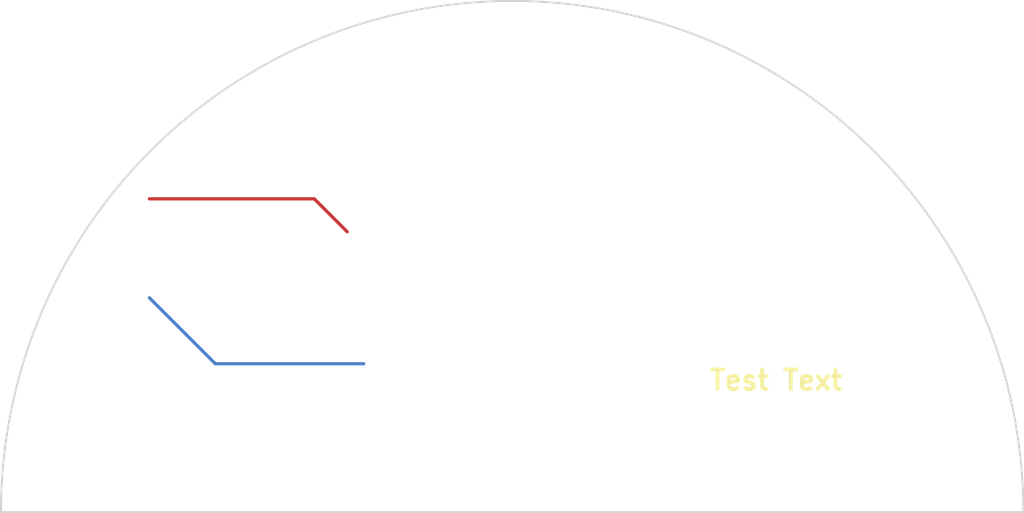
<source format=kicad_pcb>
(kicad_pcb (version 4) (host pcbnew 4.0.4+e1-6308~48~ubuntu16.04.1-stable)

  (general
    (links 0)
    (no_connects 0)
    (area 17.704999 15.080001 75.16 64.845001)
    (thickness 1.6)
    (drawings 3)
    (tracks 4)
    (zones 0)
    (modules 0)
    (nets 1)
  )

  (page A4)
  (layers
    (0 F.Cu signal)
    (31 B.Cu signal)
    (32 B.Adhes user)
    (33 F.Adhes user)
    (34 B.Paste user)
    (35 F.Paste user)
    (36 B.SilkS user)
    (37 F.SilkS user)
    (38 B.Mask user)
    (39 F.Mask user)
    (40 Dwgs.User user)
    (41 Cmts.User user)
    (42 Eco1.User user)
    (43 Eco2.User user)
    (44 Edge.Cuts user)
    (45 Margin user)
    (46 B.CrtYd user)
    (47 F.CrtYd user)
    (48 B.Fab user)
    (49 F.Fab user)
  )

  (setup
    (last_trace_width 0.25)
    (trace_clearance 0.2)
    (zone_clearance 0.508)
    (zone_45_only no)
    (trace_min 0.2)
    (segment_width 0.2)
    (edge_width 0.15)
    (via_size 0.6)
    (via_drill 0.4)
    (via_min_size 0.4)
    (via_min_drill 0.3)
    (uvia_size 0.3)
    (uvia_drill 0.1)
    (uvias_allowed no)
    (uvia_min_size 0.2)
    (uvia_min_drill 0.1)
    (pcb_text_width 0.3)
    (pcb_text_size 1.5 1.5)
    (mod_edge_width 0.15)
    (mod_text_size 1 1)
    (mod_text_width 0.15)
    (pad_size 1.524 1.524)
    (pad_drill 0.762)
    (pad_to_mask_clearance 0.2)
    (aux_axis_origin 0 0)
    (visible_elements FFFFFF7F)
    (pcbplotparams
      (layerselection 0x00030_80000001)
      (usegerberextensions false)
      (excludeedgelayer true)
      (linewidth 0.100000)
      (plotframeref false)
      (viasonmask false)
      (mode 1)
      (useauxorigin false)
      (hpglpennumber 1)
      (hpglpenspeed 20)
      (hpglpendiameter 15)
      (hpglpenoverlay 2)
      (psnegative false)
      (psa4output false)
      (plotreference true)
      (plotvalue true)
      (plotinvisibletext false)
      (padsonsilk false)
      (subtractmaskfromsilk false)
      (outputformat 1)
      (mirror false)
      (drillshape 1)
      (scaleselection 1)
      (outputdirectory ""))
  )

  (net 0 "")

  (net_class Default "This is the default net class."
    (clearance 0.2)
    (trace_width 0.25)
    (via_dia 0.6)
    (via_drill 0.4)
    (uvia_dia 0.3)
    (uvia_drill 0.1)
  )

  (gr_line (start 92.71 52.07) (end 13.97 52.07) (angle 90) (layer Edge.Cuts) (width 0.15))
  (gr_arc (start 53.34 52.07) (end 13.97 52.07) (angle 180) (layer Edge.Cuts) (width 0.15))
  (gr_text "Test Text" (at 73.66 41.91) (layer F.SilkS)
    (effects (font (size 1.5 1.5) (thickness 0.3)))
  )

  (segment (start 41.91 40.64) (end 30.48 40.64) (width 0.25) (layer B.Cu) (net 0))
  (segment (start 30.48 40.64) (end 25.4 35.56) (width 0.25) (layer B.Cu) (net 0) (tstamp 57DA9AB0))
  (segment (start 25.4 27.94) (end 38.1 27.94) (width 0.25) (layer F.Cu) (net 0))
  (segment (start 38.1 27.94) (end 40.64 30.48) (width 0.25) (layer F.Cu) (net 0) (tstamp 57DA9AAC))

)

</source>
